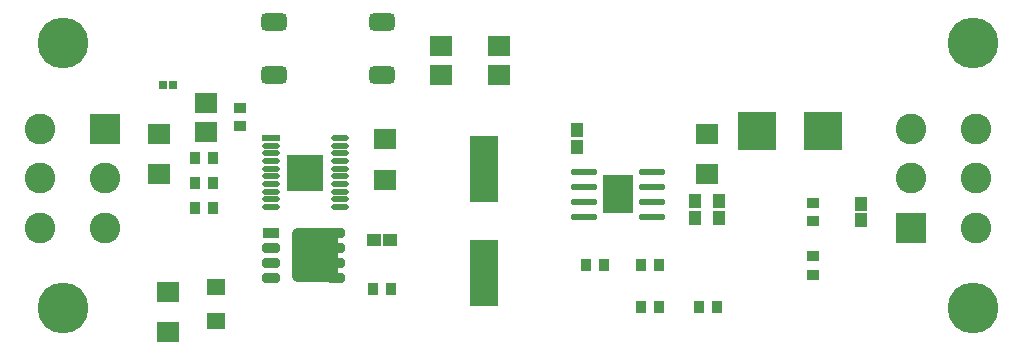
<source format=gts>
G04*
G04 #@! TF.GenerationSoftware,Altium Limited,Altium Designer,19.1.6 (110)*
G04*
G04 Layer_Color=8388736*
%FSLAX43Y43*%
%MOMM*%
G71*
G01*
G75*
%ADD15O,2.250X0.550*%
%ADD16R,2.500X3.200*%
%ADD17R,1.900X1.750*%
%ADD18R,0.720X0.720*%
%ADD19R,1.500X0.500*%
%ADD20O,1.500X0.500*%
%ADD21R,3.060X3.060*%
G04:AMPARAMS|DCode=22|XSize=2.2mm|YSize=1.5mm|CornerRadius=0.4mm|HoleSize=0mm|Usage=FLASHONLY|Rotation=0.000|XOffset=0mm|YOffset=0mm|HoleType=Round|Shape=RoundedRectangle|*
%AMROUNDEDRECTD22*
21,1,2.200,0.700,0,0,0.0*
21,1,1.400,1.500,0,0,0.0*
1,1,0.800,0.700,-0.350*
1,1,0.800,-0.700,-0.350*
1,1,0.800,-0.700,0.350*
1,1,0.800,0.700,0.350*
%
%ADD22ROUNDEDRECTD22*%
%ADD23R,1.100X1.250*%
%ADD24R,2.450X5.550*%
%ADD25R,1.000X0.950*%
%ADD26R,1.500X1.400*%
G04:AMPARAMS|DCode=27|XSize=4.62mm|YSize=3.95mm|CornerRadius=0.531mm|HoleSize=0mm|Usage=FLASHONLY|Rotation=90.000|XOffset=0mm|YOffset=0mm|HoleType=Round|Shape=RoundedRectangle|*
%AMROUNDEDRECTD27*
21,1,4.620,2.888,0,0,90.0*
21,1,3.558,3.950,0,0,90.0*
1,1,1.063,1.444,1.779*
1,1,1.063,1.444,-1.779*
1,1,1.063,-1.444,-1.779*
1,1,1.063,-1.444,1.779*
%
%ADD27ROUNDEDRECTD27*%
G04:AMPARAMS|DCode=28|XSize=0.81mm|YSize=1.472mm|CornerRadius=0.139mm|HoleSize=0mm|Usage=FLASHONLY|Rotation=90.000|XOffset=0mm|YOffset=0mm|HoleType=Round|Shape=RoundedRectangle|*
%AMROUNDEDRECTD28*
21,1,0.810,1.195,0,0,90.0*
21,1,0.532,1.472,0,0,90.0*
1,1,0.278,0.597,0.266*
1,1,0.278,0.597,-0.266*
1,1,0.278,-0.597,-0.266*
1,1,0.278,-0.597,0.266*
%
%ADD28ROUNDEDRECTD28*%
%ADD29R,1.472X0.810*%
%ADD30R,1.900X1.800*%
%ADD31R,0.950X1.000*%
%ADD32R,1.050X0.900*%
%ADD33R,1.250X1.100*%
%ADD34R,3.300X3.250*%
%ADD35C,2.600*%
%ADD36R,2.600X2.600*%
%ADD37C,4.300*%
D15*
X100125Y66055D02*
D03*
Y64785D02*
D03*
Y63515D02*
D03*
Y62245D02*
D03*
X105875Y66055D02*
D03*
Y64785D02*
D03*
Y63515D02*
D03*
Y62245D02*
D03*
D16*
X103000Y64150D02*
D03*
D17*
X68100Y71900D02*
D03*
Y69450D02*
D03*
X92900Y74275D02*
D03*
Y76725D02*
D03*
X88000Y74275D02*
D03*
Y76725D02*
D03*
D18*
X65300Y73400D02*
D03*
X64420D02*
D03*
D19*
X73550Y68925D02*
D03*
D20*
Y68275D02*
D03*
Y67625D02*
D03*
Y66975D02*
D03*
Y66325D02*
D03*
Y65675D02*
D03*
Y65025D02*
D03*
Y64375D02*
D03*
Y63725D02*
D03*
Y63075D02*
D03*
X79450Y68925D02*
D03*
Y68275D02*
D03*
Y67625D02*
D03*
Y66975D02*
D03*
Y66325D02*
D03*
Y65675D02*
D03*
Y65025D02*
D03*
Y64375D02*
D03*
Y63725D02*
D03*
Y63075D02*
D03*
D21*
X76500Y66000D02*
D03*
D22*
X73850Y78740D02*
D03*
X82950D02*
D03*
Y74260D02*
D03*
X73850D02*
D03*
D23*
X99500Y68200D02*
D03*
Y69600D02*
D03*
X123500Y61950D02*
D03*
Y63350D02*
D03*
X111500Y63550D02*
D03*
Y62150D02*
D03*
X109500Y63550D02*
D03*
Y62150D02*
D03*
D24*
X91600Y66300D02*
D03*
Y57500D02*
D03*
D25*
X71000Y71475D02*
D03*
Y69925D02*
D03*
X119500Y61875D02*
D03*
Y63425D02*
D03*
D26*
X68900Y56350D02*
D03*
X68950Y53450D02*
D03*
D27*
X77280Y58995D02*
D03*
D28*
X79100Y57090D02*
D03*
Y58360D02*
D03*
Y59630D02*
D03*
Y60900D02*
D03*
X73560Y57090D02*
D03*
Y58360D02*
D03*
Y59630D02*
D03*
D29*
Y60900D02*
D03*
D30*
X64100Y65900D02*
D03*
Y69300D02*
D03*
X83200Y65400D02*
D03*
Y68800D02*
D03*
X64900Y55900D02*
D03*
Y52500D02*
D03*
X110500Y65900D02*
D03*
Y69300D02*
D03*
D31*
X68675Y63000D02*
D03*
X67125D02*
D03*
Y65100D02*
D03*
X68675D02*
D03*
X67125Y67200D02*
D03*
X68675D02*
D03*
X106475Y58150D02*
D03*
X104925D02*
D03*
X101775D02*
D03*
X100225D02*
D03*
X104925Y54600D02*
D03*
X106475D02*
D03*
X109825D02*
D03*
X111375D02*
D03*
X82225Y56100D02*
D03*
X83775D02*
D03*
D32*
X119500Y57325D02*
D03*
Y58975D02*
D03*
D33*
X83700Y60300D02*
D03*
X82300D02*
D03*
D34*
X114700Y69500D02*
D03*
X120300D02*
D03*
D35*
X54000Y65500D02*
D03*
Y61300D02*
D03*
X59500D02*
D03*
X54000Y69700D02*
D03*
X59500Y65500D02*
D03*
X133250D02*
D03*
Y69700D02*
D03*
X127750D02*
D03*
X133250Y61300D02*
D03*
X127750Y65500D02*
D03*
D36*
X59500Y69700D02*
D03*
X127750Y61300D02*
D03*
D37*
X133000Y77000D02*
D03*
Y54500D02*
D03*
X56000D02*
D03*
Y77000D02*
D03*
M02*

</source>
